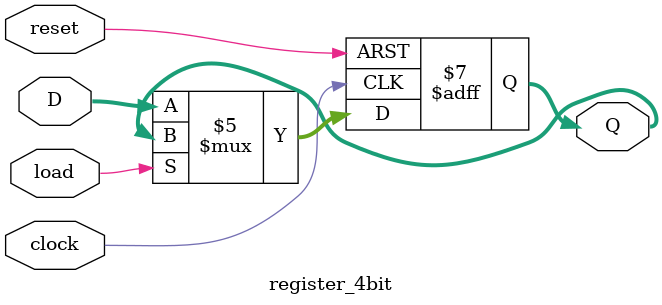
<source format=v>
module register_4bit (reset, clock, load, D, Q);

    input reset, clock, load;
    input [3:0] D;
    output reg [3:0] Q;

    always @ (negedge reset or posedge clock)
    begin
        if (!reset)
            Q <= 4'b0000;
        else if (!load)
            Q <= D;
        else
            Q <= Q;
    end

endmodule

</source>
